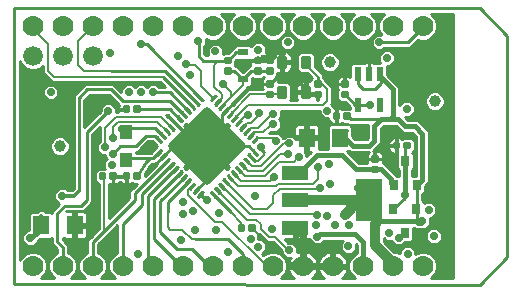
<source format=gbl>
G75*
%MOIN*%
%OFA0B0*%
%FSLAX24Y24*%
%IPPOS*%
%LPD*%
%AMOC8*
5,1,8,0,0,1.08239X$1,22.5*
%
%ADD10C,0.0100*%
%ADD11C,0.0125*%
%ADD12C,0.0394*%
%ADD13R,0.0394X0.0472*%
%ADD14R,0.0217X0.0472*%
%ADD15R,0.0310X0.0350*%
%ADD16R,0.0551X0.0630*%
%ADD17C,0.0087*%
%ADD18C,0.0190*%
%ADD19R,0.0880X0.0480*%
%ADD20R,0.0866X0.1417*%
%ADD21R,0.0327X0.0248*%
%ADD22C,0.0700*%
%ADD23C,0.0660*%
%ADD24C,0.0175*%
%ADD25OC8,0.0240*%
%ADD26C,0.0080*%
%ADD27OC8,0.0270*%
%ADD28C,0.0160*%
%ADD29C,0.0570*%
%ADD30C,0.0720*%
%ADD31C,0.0240*%
%ADD32C,0.0320*%
%ADD33C,0.0120*%
D10*
X001820Y001850D02*
X017340Y001840D01*
X018270Y002770D01*
X018270Y010130D01*
X017350Y011050D01*
X001820Y011050D01*
X001820Y001850D01*
X002728Y002049D02*
X002857Y002178D01*
X002930Y002355D01*
X002930Y002545D01*
X002857Y002722D01*
X002722Y002857D01*
X002545Y002930D01*
X002355Y002930D01*
X002178Y002857D01*
X002043Y002722D01*
X002020Y002666D01*
X002020Y009286D01*
X002060Y009189D01*
X002189Y009060D01*
X002358Y008990D01*
X002541Y008990D01*
X002711Y009060D01*
X002780Y009129D01*
X002780Y008880D01*
X002880Y008780D01*
X003080Y008580D01*
X006701Y008580D01*
X006851Y008430D01*
X006645Y008430D01*
X006560Y008515D01*
X006340Y008515D01*
X006250Y008425D01*
X006160Y008515D01*
X005940Y008515D01*
X005850Y008425D01*
X005760Y008515D01*
X005540Y008515D01*
X005385Y008360D01*
X005385Y008270D01*
X005230Y008425D01*
X005125Y008530D01*
X004195Y008530D01*
X003915Y008250D01*
X003810Y008145D01*
X003810Y005039D01*
X003751Y004980D01*
X003615Y004980D01*
X003540Y005055D01*
X003320Y005055D01*
X003165Y004900D01*
X003165Y004680D01*
X003315Y004530D01*
X003090Y004305D01*
X003090Y004233D01*
X003068Y004255D01*
X002874Y004255D01*
X002818Y004311D01*
X002660Y004311D01*
X002604Y004255D01*
X002409Y004255D01*
X002333Y004179D01*
X002333Y003655D01*
X002260Y003655D01*
X002105Y003500D01*
X002105Y003280D01*
X002260Y003125D01*
X002480Y003125D01*
X002635Y003280D01*
X002635Y003323D01*
X002692Y003365D01*
X003068Y003365D01*
X003090Y003387D01*
X003090Y003195D01*
X003195Y003090D01*
X003270Y003015D01*
X003270Y002895D01*
X003178Y002857D01*
X003043Y002722D01*
X002970Y002545D01*
X002970Y002355D01*
X003043Y002178D01*
X003172Y002049D01*
X002728Y002049D01*
X002797Y002119D02*
X003103Y002119D01*
X003027Y002217D02*
X002873Y002217D01*
X002914Y002316D02*
X002986Y002316D01*
X002970Y002414D02*
X002930Y002414D01*
X002930Y002513D02*
X002970Y002513D01*
X002997Y002611D02*
X002903Y002611D01*
X002862Y002710D02*
X003038Y002710D01*
X003129Y002808D02*
X002771Y002808D01*
X002602Y002907D02*
X003270Y002907D01*
X003270Y003005D02*
X002020Y003005D01*
X002020Y002907D02*
X002298Y002907D01*
X002129Y002808D02*
X002020Y002808D01*
X002020Y002710D02*
X002038Y002710D01*
X002020Y003104D02*
X003182Y003104D01*
X003090Y003202D02*
X002557Y003202D01*
X002635Y003301D02*
X003090Y003301D01*
X003270Y003270D02*
X003270Y004230D01*
X003510Y004470D01*
X004070Y004470D01*
X004250Y004650D01*
X004250Y006920D01*
X004960Y007630D01*
X005210Y007635D02*
X005300Y007635D01*
X005300Y007667D02*
X005300Y007590D01*
X005210Y007590D01*
X005210Y007734D01*
X005064Y007880D01*
X004856Y007880D01*
X004710Y007734D01*
X004710Y007635D01*
X004170Y007095D01*
X004170Y007995D01*
X004345Y008170D01*
X004975Y008170D01*
X005317Y007829D01*
X005314Y007825D01*
X005300Y007770D01*
X005300Y007693D01*
X005562Y007693D01*
X005562Y007667D01*
X005300Y007667D01*
X005320Y007680D02*
X005050Y007950D01*
X004930Y007950D01*
X004890Y007990D01*
X004808Y007832D02*
X004170Y007832D01*
X004170Y007930D02*
X005215Y007930D01*
X005117Y008029D02*
X004203Y008029D01*
X004302Y008127D02*
X005018Y008127D01*
X005050Y008350D02*
X004270Y008350D01*
X003990Y008070D01*
X003990Y004950D01*
X003810Y005074D02*
X002020Y005074D01*
X002020Y005172D02*
X003810Y005172D01*
X003810Y005271D02*
X002020Y005271D01*
X002020Y005369D02*
X003810Y005369D01*
X003810Y005468D02*
X002020Y005468D01*
X002020Y005566D02*
X003810Y005566D01*
X003810Y005665D02*
X002020Y005665D01*
X002020Y005763D02*
X003810Y005763D01*
X003810Y005862D02*
X002020Y005862D01*
X002020Y005960D02*
X003810Y005960D01*
X003810Y006059D02*
X002020Y006059D01*
X002020Y006157D02*
X003203Y006157D01*
X003165Y006173D02*
X003285Y006123D01*
X003415Y006123D01*
X003535Y006173D01*
X003627Y006265D01*
X003677Y006385D01*
X003677Y006515D01*
X003627Y006635D01*
X003535Y006727D01*
X003415Y006777D01*
X003285Y006777D01*
X003165Y006727D01*
X003073Y006635D01*
X003023Y006515D01*
X003023Y006385D01*
X003073Y006265D01*
X003165Y006173D01*
X003082Y006256D02*
X002020Y006256D01*
X002020Y006354D02*
X003036Y006354D01*
X003023Y006453D02*
X002020Y006453D01*
X002020Y006551D02*
X003038Y006551D01*
X003087Y006650D02*
X002020Y006650D01*
X002020Y006748D02*
X003215Y006748D01*
X003485Y006748D02*
X003810Y006748D01*
X003810Y006650D02*
X003613Y006650D01*
X003662Y006551D02*
X003810Y006551D01*
X003810Y006453D02*
X003677Y006453D01*
X003664Y006354D02*
X003810Y006354D01*
X003810Y006256D02*
X003618Y006256D01*
X003497Y006157D02*
X003810Y006157D01*
X004430Y006157D02*
X004860Y006157D01*
X004860Y006160D02*
X004860Y006096D01*
X004921Y006036D01*
X004835Y005950D01*
X004835Y005730D01*
X004860Y005705D01*
X004633Y005705D01*
X004520Y005592D01*
X004520Y005308D01*
X004633Y005195D01*
X004660Y005195D01*
X004660Y003715D01*
X004375Y003430D01*
X004270Y003325D01*
X004270Y002895D01*
X004178Y002857D01*
X004043Y002722D01*
X003970Y002545D01*
X003970Y002355D01*
X004043Y002178D01*
X004173Y002048D01*
X003728Y002049D01*
X003857Y002178D01*
X003930Y002355D01*
X003930Y002545D01*
X003857Y002722D01*
X003722Y002857D01*
X003630Y002895D01*
X003630Y003165D01*
X003525Y003270D01*
X003525Y003270D01*
X003450Y003345D01*
X003450Y003399D01*
X003473Y003375D01*
X003508Y003355D01*
X003546Y003345D01*
X003791Y003345D01*
X003791Y003760D01*
X003891Y003760D01*
X003891Y003345D01*
X004137Y003345D01*
X004175Y003355D01*
X004209Y003375D01*
X004237Y003403D01*
X004257Y003437D01*
X004267Y003475D01*
X004267Y003760D01*
X003891Y003760D01*
X003891Y003860D01*
X003791Y003860D01*
X003791Y004275D01*
X003570Y004275D01*
X003585Y004290D01*
X004145Y004290D01*
X004430Y004575D01*
X004430Y006845D01*
X004690Y007105D01*
X004690Y006604D01*
X004600Y006514D01*
X004600Y006306D01*
X004746Y006160D01*
X004860Y006160D01*
X004898Y006059D02*
X004430Y006059D01*
X004430Y005960D02*
X004845Y005960D01*
X004835Y005862D02*
X004430Y005862D01*
X004430Y005763D02*
X004835Y005763D01*
X004592Y005665D02*
X004430Y005665D01*
X004430Y005566D02*
X004520Y005566D01*
X004520Y005468D02*
X004430Y005468D01*
X004430Y005369D02*
X004520Y005369D01*
X004557Y005271D02*
X004430Y005271D01*
X004430Y005172D02*
X004660Y005172D01*
X004660Y005074D02*
X004430Y005074D01*
X004430Y004975D02*
X004660Y004975D01*
X004660Y004877D02*
X004430Y004877D01*
X004430Y004778D02*
X004660Y004778D01*
X004660Y004680D02*
X004430Y004680D01*
X004430Y004581D02*
X004660Y004581D01*
X004660Y004483D02*
X004337Y004483D01*
X004239Y004384D02*
X004660Y004384D01*
X004660Y004286D02*
X003580Y004286D01*
X003791Y004187D02*
X003891Y004187D01*
X003891Y004275D02*
X003891Y003860D01*
X004267Y003860D01*
X004267Y004145D01*
X004257Y004183D01*
X004237Y004217D01*
X004209Y004245D01*
X004175Y004265D01*
X004137Y004275D01*
X003891Y004275D01*
X003891Y004089D02*
X003791Y004089D01*
X003791Y003990D02*
X003891Y003990D01*
X003891Y003892D02*
X003791Y003892D01*
X003891Y003793D02*
X004660Y003793D01*
X004660Y003892D02*
X004267Y003892D01*
X004267Y003990D02*
X004660Y003990D01*
X004660Y004089D02*
X004267Y004089D01*
X004254Y004187D02*
X004660Y004187D01*
X005000Y004187D02*
X005132Y004187D01*
X005034Y004089D02*
X005000Y004089D01*
X005000Y004055D02*
X005000Y005184D01*
X005035Y005175D01*
X005112Y005175D01*
X005112Y005437D01*
X005138Y005437D01*
X005138Y005463D01*
X005562Y005463D01*
X005562Y005437D01*
X005588Y005437D01*
X005588Y005175D01*
X005665Y005175D01*
X005720Y005189D01*
X005763Y005215D01*
X005783Y005195D01*
X005910Y005195D01*
X005775Y005060D01*
X005670Y004955D01*
X005670Y004725D01*
X005000Y004055D01*
X005000Y004286D02*
X005231Y004286D01*
X005329Y004384D02*
X005000Y004384D01*
X005000Y004483D02*
X005428Y004483D01*
X005526Y004581D02*
X005000Y004581D01*
X005000Y004680D02*
X005625Y004680D01*
X005670Y004778D02*
X005000Y004778D01*
X005000Y004877D02*
X005670Y004877D01*
X005690Y004975D02*
X005000Y004975D01*
X005000Y005074D02*
X005789Y005074D01*
X005887Y005172D02*
X005000Y005172D01*
X005138Y005175D02*
X005215Y005175D01*
X005270Y005189D01*
X005318Y005217D01*
X005350Y005249D01*
X005382Y005217D01*
X005430Y005189D01*
X005485Y005175D01*
X005562Y005175D01*
X005562Y005437D01*
X005400Y005437D01*
X005138Y005437D01*
X005138Y005175D01*
X005138Y005271D02*
X005112Y005271D01*
X005112Y005369D02*
X005138Y005369D01*
X005562Y005369D02*
X005588Y005369D01*
X005588Y005271D02*
X005562Y005271D01*
X005925Y005450D02*
X006225Y005925D01*
X006350Y006050D01*
X005583Y006050D01*
X005550Y005978D01*
X005877Y006230D02*
X005877Y006268D01*
X005874Y006270D01*
X005965Y006270D01*
X006070Y006375D01*
X006305Y006610D01*
X006438Y006610D01*
X006598Y006450D01*
X006562Y006414D01*
X006560Y006414D01*
X006375Y006230D01*
X005877Y006230D01*
X005877Y006256D02*
X006401Y006256D01*
X006499Y006354D02*
X006049Y006354D01*
X006147Y006453D02*
X006595Y006453D01*
X006497Y006551D02*
X006246Y006551D01*
X006230Y006790D02*
X005890Y006450D01*
X005360Y006450D01*
X005110Y006200D01*
X004651Y006256D02*
X004430Y006256D01*
X004430Y006354D02*
X004600Y006354D01*
X004600Y006453D02*
X004430Y006453D01*
X004430Y006551D02*
X004637Y006551D01*
X004690Y006650D02*
X004430Y006650D01*
X004430Y006748D02*
X004690Y006748D01*
X004690Y006847D02*
X004431Y006847D01*
X004530Y006945D02*
X004690Y006945D01*
X004690Y007044D02*
X004628Y007044D01*
X004414Y007339D02*
X004170Y007339D01*
X004170Y007241D02*
X004316Y007241D01*
X004217Y007142D02*
X004170Y007142D01*
X004170Y007438D02*
X004513Y007438D01*
X004611Y007536D02*
X004170Y007536D01*
X004170Y007635D02*
X004710Y007635D01*
X004710Y007733D02*
X004170Y007733D01*
X003810Y007733D02*
X002020Y007733D01*
X002020Y007635D02*
X003810Y007635D01*
X003810Y007536D02*
X002020Y007536D01*
X002020Y007438D02*
X003810Y007438D01*
X003810Y007339D02*
X002020Y007339D01*
X002020Y007241D02*
X003810Y007241D01*
X003810Y007142D02*
X002020Y007142D01*
X002020Y007044D02*
X003810Y007044D01*
X003810Y006945D02*
X002020Y006945D01*
X002020Y006847D02*
X003810Y006847D01*
X003810Y007832D02*
X002020Y007832D01*
X002020Y007930D02*
X003810Y007930D01*
X003810Y008029D02*
X003182Y008029D01*
X003154Y008000D02*
X003300Y008146D01*
X003300Y008354D01*
X003154Y008500D01*
X002946Y008500D01*
X002800Y008354D01*
X002800Y008146D01*
X002946Y008000D01*
X003154Y008000D01*
X003281Y008127D02*
X003810Y008127D01*
X003891Y008226D02*
X003300Y008226D01*
X003300Y008324D02*
X003989Y008324D01*
X004088Y008423D02*
X003231Y008423D01*
X003040Y008620D02*
X002020Y008620D01*
X002020Y008718D02*
X002942Y008718D01*
X002843Y008817D02*
X002020Y008817D01*
X002020Y008915D02*
X002780Y008915D01*
X002780Y009014D02*
X002598Y009014D01*
X002763Y009112D02*
X002780Y009112D01*
X002302Y009014D02*
X002020Y009014D01*
X002020Y009112D02*
X002137Y009112D01*
X002051Y009211D02*
X002020Y009211D01*
X002020Y008521D02*
X004186Y008521D01*
X005050Y008350D02*
X005450Y007950D01*
X007028Y007950D01*
X007477Y007501D01*
X007338Y007362D02*
X007020Y007680D01*
X005925Y007680D01*
X005575Y007680D02*
X005320Y007680D01*
X005300Y007733D02*
X005210Y007733D01*
X005112Y007832D02*
X005314Y007832D01*
X005331Y008324D02*
X005385Y008324D01*
X005448Y008423D02*
X005232Y008423D01*
X005134Y008521D02*
X006760Y008521D01*
X006785Y008750D02*
X007756Y007779D01*
X007617Y007640D02*
X007007Y008250D01*
X006450Y008250D01*
X006884Y007500D02*
X006945Y007500D01*
X007001Y007445D01*
X006989Y007433D01*
X007199Y007223D01*
X007199Y007223D01*
X006989Y007433D01*
X006970Y007414D01*
X006893Y007490D01*
X006884Y007500D01*
X006946Y007438D02*
X006993Y007438D01*
X007083Y007339D02*
X007083Y007339D01*
X007181Y007241D02*
X007181Y007241D01*
X007199Y007223D02*
X007472Y006950D01*
X007750Y006950D01*
X007636Y006950D01*
X006782Y006095D01*
X006781Y006095D02*
X006571Y005885D01*
X006781Y006095D01*
X006781Y006095D01*
X006745Y006059D02*
X006745Y006059D01*
X006646Y005960D02*
X006646Y005960D01*
X006571Y005885D02*
X006586Y005870D01*
X006180Y005465D01*
X006180Y005517D01*
X006366Y005812D01*
X006425Y005870D01*
X006525Y005870D01*
X006555Y005901D01*
X006571Y005885D01*
X006577Y005862D02*
X006416Y005862D01*
X006478Y005763D02*
X006336Y005763D01*
X006380Y005665D02*
X006273Y005665D01*
X006281Y005566D02*
X006211Y005566D01*
X006183Y005468D02*
X006180Y005468D01*
X006350Y006050D02*
X006450Y006050D01*
X006634Y006234D01*
X006642Y006234D01*
X006921Y005956D02*
X006921Y005951D01*
X005850Y004880D01*
X005850Y004650D01*
X004830Y003630D01*
X004450Y003250D01*
X004450Y002450D01*
X004797Y002119D02*
X005103Y002119D01*
X005043Y002178D02*
X005173Y002048D01*
X004727Y002048D01*
X004857Y002178D01*
X004930Y002355D01*
X004930Y002545D01*
X004857Y002722D01*
X004722Y002857D01*
X004630Y002895D01*
X004630Y003175D01*
X005010Y003555D01*
X005270Y003815D01*
X005270Y002895D01*
X005178Y002857D01*
X005043Y002722D01*
X004970Y002545D01*
X004970Y002355D01*
X005043Y002178D01*
X005027Y002217D02*
X004873Y002217D01*
X004914Y002316D02*
X004986Y002316D01*
X004970Y002414D02*
X004930Y002414D01*
X004930Y002513D02*
X004970Y002513D01*
X004997Y002611D02*
X004903Y002611D01*
X004862Y002710D02*
X005038Y002710D01*
X005129Y002808D02*
X004771Y002808D01*
X004630Y002907D02*
X005270Y002907D01*
X005270Y003005D02*
X004630Y003005D01*
X004630Y003104D02*
X005270Y003104D01*
X005270Y003202D02*
X004657Y003202D01*
X004755Y003301D02*
X005270Y003301D01*
X005270Y003399D02*
X004854Y003399D01*
X004952Y003498D02*
X005270Y003498D01*
X005270Y003596D02*
X005051Y003596D01*
X005149Y003695D02*
X005270Y003695D01*
X005270Y003793D02*
X005248Y003793D01*
X005450Y003850D02*
X005450Y002450D01*
X006300Y002650D02*
X006450Y002500D01*
X006450Y002450D01*
X006300Y002650D02*
X006300Y004778D01*
X007199Y005677D01*
X007060Y005817D02*
X006100Y004857D01*
X006100Y004500D01*
X005450Y003850D01*
X004640Y003695D02*
X004267Y003695D01*
X004267Y003596D02*
X004541Y003596D01*
X004443Y003498D02*
X004267Y003498D01*
X004233Y003399D02*
X004344Y003399D01*
X004270Y003301D02*
X003494Y003301D01*
X003593Y003202D02*
X004270Y003202D01*
X004270Y003104D02*
X003630Y003104D01*
X003630Y003005D02*
X004270Y003005D01*
X004270Y002907D02*
X003630Y002907D01*
X003771Y002808D02*
X004129Y002808D01*
X004038Y002710D02*
X003862Y002710D01*
X003903Y002611D02*
X003997Y002611D01*
X003970Y002513D02*
X003930Y002513D01*
X003930Y002414D02*
X003970Y002414D01*
X003986Y002316D02*
X003914Y002316D01*
X003873Y002217D02*
X004027Y002217D01*
X004103Y002119D02*
X003797Y002119D01*
X003450Y002450D02*
X003450Y003090D01*
X003270Y003270D01*
X003791Y003399D02*
X003891Y003399D01*
X003891Y003498D02*
X003791Y003498D01*
X003791Y003596D02*
X003891Y003596D01*
X003891Y003695D02*
X003791Y003695D01*
X003090Y004286D02*
X002843Y004286D01*
X002634Y004286D02*
X002020Y004286D01*
X002020Y004384D02*
X003169Y004384D01*
X003268Y004483D02*
X002020Y004483D01*
X002020Y004581D02*
X003264Y004581D01*
X003166Y004680D02*
X002020Y004680D01*
X002020Y004778D02*
X003165Y004778D01*
X003165Y004877D02*
X002020Y004877D01*
X002020Y004975D02*
X003240Y004975D01*
X002341Y004187D02*
X002020Y004187D01*
X002020Y004089D02*
X002333Y004089D01*
X002333Y003990D02*
X002020Y003990D01*
X002020Y003892D02*
X002333Y003892D01*
X002333Y003793D02*
X002020Y003793D01*
X002020Y003695D02*
X002333Y003695D01*
X002201Y003596D02*
X002020Y003596D01*
X002020Y003498D02*
X002105Y003498D01*
X002105Y003399D02*
X002020Y003399D01*
X002020Y003301D02*
X002105Y003301D01*
X002183Y003202D02*
X002020Y003202D01*
X006500Y003350D02*
X007400Y002450D01*
X007450Y002450D01*
X007270Y003030D02*
X007750Y003030D01*
X008330Y002450D01*
X008450Y002450D01*
X009450Y002450D02*
X009450Y002850D01*
X008950Y003350D01*
X007850Y003350D01*
X007270Y003030D02*
X006700Y003600D01*
X006700Y004622D01*
X007477Y005399D01*
X007338Y005538D02*
X006500Y004700D01*
X006500Y003350D01*
X006950Y004250D02*
X006950Y004593D01*
X007617Y005260D01*
X007895Y004981D02*
X008750Y005836D01*
X008750Y005950D01*
X008811Y005960D02*
X008669Y005960D01*
X008712Y006059D02*
X008571Y006059D01*
X008614Y006157D02*
X008472Y006157D01*
X008515Y006256D02*
X008374Y006256D01*
X008417Y006354D02*
X008275Y006354D01*
X008250Y006379D02*
X008321Y006450D01*
X008250Y006521D01*
X008930Y007201D01*
X009001Y007130D01*
X008321Y006450D01*
X009001Y005770D01*
X008930Y005699D01*
X008250Y006379D01*
X007570Y005699D01*
X007499Y005770D01*
X008179Y006450D01*
X007499Y007130D01*
X007570Y007201D01*
X008250Y006521D01*
X008179Y006450D01*
X008250Y006379D01*
X008225Y006354D02*
X008083Y006354D01*
X008126Y006256D02*
X007985Y006256D01*
X008028Y006157D02*
X007886Y006157D01*
X007929Y006059D02*
X007788Y006059D01*
X007831Y005960D02*
X007689Y005960D01*
X007732Y005862D02*
X007591Y005862D01*
X007634Y005763D02*
X007506Y005763D01*
X007950Y006450D02*
X008250Y006450D01*
X008318Y006453D02*
X008323Y006453D01*
X008280Y006551D02*
X008422Y006551D01*
X008379Y006650D02*
X008520Y006650D01*
X008477Y006748D02*
X008619Y006748D01*
X008576Y006847D02*
X008717Y006847D01*
X008674Y006945D02*
X008816Y006945D01*
X008750Y006950D02*
X008950Y006950D01*
X009450Y006450D01*
X009642Y006450D01*
X009858Y006234D01*
X009719Y006095D02*
X009864Y005950D01*
X010150Y006250D02*
X010050Y006350D01*
X010050Y006410D01*
X010320Y006880D02*
X010380Y006940D01*
X010574Y006940D01*
X010720Y007086D01*
X010720Y007294D01*
X010644Y007370D01*
X010710Y007436D01*
X010710Y007640D01*
X012020Y007640D01*
X012020Y007526D01*
X012166Y007380D01*
X012300Y007380D01*
X012300Y007360D01*
X012314Y007305D01*
X012342Y007257D01*
X012382Y007217D01*
X012430Y007189D01*
X012485Y007175D01*
X012562Y007175D01*
X012562Y007437D01*
X012588Y007437D01*
X012588Y007175D01*
X012665Y007175D01*
X012720Y007189D01*
X012763Y007215D01*
X012783Y007195D01*
X012950Y007195D01*
X012970Y007175D01*
X012352Y007175D01*
X012276Y007099D01*
X012276Y006361D01*
X012277Y006360D01*
X011995Y006360D01*
X012004Y006395D01*
X012004Y006680D01*
X011629Y006680D01*
X011629Y006780D01*
X012004Y006780D01*
X012004Y007065D01*
X011994Y007103D01*
X011974Y007137D01*
X011947Y007165D01*
X011912Y007185D01*
X011874Y007195D01*
X011629Y007195D01*
X011629Y006780D01*
X011529Y006780D01*
X011529Y007195D01*
X011283Y007195D01*
X011245Y007185D01*
X011211Y007165D01*
X011183Y007137D01*
X011163Y007103D01*
X011153Y007065D01*
X011153Y006780D01*
X011529Y006780D01*
X011529Y006680D01*
X011629Y006680D01*
X011629Y006265D01*
X011728Y006265D01*
X011700Y006237D01*
X011570Y006107D01*
X011570Y006204D01*
X011509Y006265D01*
X011529Y006265D01*
X011529Y006680D01*
X011224Y006680D01*
X011104Y006800D01*
X010896Y006800D01*
X010816Y006720D01*
X010800Y006720D01*
X010800Y006734D01*
X010654Y006880D01*
X010320Y006880D01*
X010579Y006945D02*
X011153Y006945D01*
X011153Y006847D02*
X010687Y006847D01*
X010786Y006748D02*
X010844Y006748D01*
X011156Y006748D02*
X011529Y006748D01*
X011529Y006650D02*
X011629Y006650D01*
X011629Y006748D02*
X012276Y006748D01*
X012276Y006650D02*
X012004Y006650D01*
X012004Y006551D02*
X012276Y006551D01*
X012276Y006453D02*
X012004Y006453D01*
X011719Y006256D02*
X011518Y006256D01*
X011529Y006354D02*
X011629Y006354D01*
X011629Y006453D02*
X011529Y006453D01*
X011529Y006551D02*
X011629Y006551D01*
X011629Y006847D02*
X011529Y006847D01*
X011529Y006945D02*
X011629Y006945D01*
X011629Y007044D02*
X011529Y007044D01*
X011529Y007142D02*
X011629Y007142D01*
X011969Y007142D02*
X012319Y007142D01*
X012359Y007241D02*
X010720Y007241D01*
X010720Y007142D02*
X011188Y007142D01*
X011153Y007044D02*
X010677Y007044D01*
X010675Y007339D02*
X012305Y007339D01*
X012109Y007438D02*
X010710Y007438D01*
X010710Y007536D02*
X012020Y007536D01*
X012020Y007635D02*
X010710Y007635D01*
X011013Y007980D02*
X011055Y008022D01*
X011055Y008478D01*
X010928Y008605D01*
X010625Y008605D01*
X010625Y008615D01*
X010611Y008670D01*
X010583Y008718D01*
X010546Y008754D01*
X010605Y008813D01*
X010605Y008882D01*
X010639Y008875D01*
X010712Y008875D01*
X010712Y009212D01*
X010788Y009212D01*
X010788Y009288D01*
X010712Y009288D01*
X010712Y009625D01*
X010639Y009625D01*
X010593Y009616D01*
X010550Y009598D01*
X010511Y009572D01*
X010501Y009562D01*
X010495Y009566D01*
X010440Y009580D01*
X010363Y009580D01*
X010363Y009318D01*
X010337Y009318D01*
X010337Y009580D01*
X010260Y009580D01*
X010220Y009569D01*
X010220Y009774D01*
X010074Y009920D01*
X009866Y009920D01*
X009725Y009779D01*
X009667Y009837D01*
X009233Y009837D01*
X009159Y009763D01*
X009153Y009763D01*
X009048Y009657D01*
X008950Y009560D01*
X008808Y009560D01*
X008780Y009532D01*
X008780Y009714D01*
X008634Y009860D01*
X008426Y009860D01*
X008280Y009714D01*
X008280Y009506D01*
X008189Y009506D01*
X008170Y009525D02*
X008170Y009795D01*
X008215Y009840D01*
X008215Y010028D01*
X008355Y009970D01*
X008545Y009970D01*
X008722Y010043D01*
X008857Y010178D01*
X008930Y010355D01*
X008930Y010545D01*
X008857Y010722D01*
X008729Y010850D01*
X009171Y010850D01*
X009043Y010722D01*
X008970Y010545D01*
X008970Y010355D01*
X009043Y010178D01*
X009178Y010043D01*
X009355Y009970D01*
X009545Y009970D01*
X009722Y010043D01*
X009857Y010178D01*
X009930Y010355D01*
X009930Y010545D01*
X009857Y010722D01*
X009729Y010850D01*
X010171Y010850D01*
X010043Y010722D01*
X009970Y010545D01*
X009970Y010355D01*
X010043Y010178D01*
X010178Y010043D01*
X010355Y009970D01*
X010545Y009970D01*
X010722Y010043D01*
X010857Y010178D01*
X010930Y010355D01*
X010930Y010545D01*
X010857Y010722D01*
X010729Y010850D01*
X011171Y010850D01*
X011043Y010722D01*
X010970Y010545D01*
X010970Y010355D01*
X011043Y010178D01*
X011178Y010043D01*
X011355Y009970D01*
X011545Y009970D01*
X011722Y010043D01*
X011857Y010178D01*
X011930Y010355D01*
X011930Y010545D01*
X011857Y010722D01*
X011729Y010850D01*
X012171Y010850D01*
X012043Y010722D01*
X011970Y010545D01*
X011970Y010355D01*
X012043Y010178D01*
X012178Y010043D01*
X012355Y009970D01*
X012545Y009970D01*
X012722Y010043D01*
X012857Y010178D01*
X012930Y010355D01*
X012930Y010545D01*
X012857Y010722D01*
X012729Y010850D01*
X013171Y010850D01*
X013043Y010722D01*
X012970Y010545D01*
X012970Y010355D01*
X013043Y010178D01*
X013178Y010043D01*
X013355Y009970D01*
X013545Y009970D01*
X013722Y010043D01*
X013857Y010178D01*
X013930Y010355D01*
X013930Y010545D01*
X013857Y010722D01*
X013729Y010850D01*
X014171Y010850D01*
X014043Y010722D01*
X013970Y010545D01*
X013970Y010355D01*
X014043Y010178D01*
X014061Y010160D01*
X013886Y010160D01*
X013740Y010014D01*
X013740Y009806D01*
X013886Y009660D01*
X014094Y009660D01*
X014164Y009730D01*
X015025Y009730D01*
X015291Y009996D01*
X015355Y009970D01*
X015545Y009970D01*
X015722Y010043D01*
X015857Y010178D01*
X015930Y010355D01*
X015930Y010545D01*
X015857Y010722D01*
X015729Y010850D01*
X016450Y010850D01*
X016450Y002041D01*
X015717Y002041D01*
X015722Y002043D01*
X015857Y002178D01*
X015930Y002355D01*
X015930Y002545D01*
X015857Y002722D01*
X015722Y002857D01*
X015545Y002930D01*
X015355Y002930D01*
X015205Y002868D01*
X015205Y002980D01*
X015050Y003135D01*
X014830Y003135D01*
X014675Y002980D01*
X014675Y002876D01*
X014545Y002930D01*
X014480Y002930D01*
X014140Y003270D01*
X014140Y003386D01*
X014226Y003300D01*
X014400Y003300D01*
X014400Y003296D01*
X014546Y003150D01*
X014754Y003150D01*
X014849Y003245D01*
X015049Y003245D01*
X015125Y003321D01*
X015125Y003740D01*
X015143Y003740D01*
X015193Y003690D01*
X015487Y003690D01*
X015502Y003705D01*
X015540Y003705D01*
X015695Y003860D01*
X015695Y004045D01*
X015750Y004045D01*
X015905Y004200D01*
X015905Y004420D01*
X015750Y004575D01*
X015530Y004575D01*
X015505Y004550D01*
X015505Y004579D01*
X015429Y004655D01*
X015420Y004655D01*
X015420Y004845D01*
X015449Y004845D01*
X015525Y004921D01*
X015525Y005138D01*
X015640Y005253D01*
X015640Y006957D01*
X015517Y007080D01*
X015277Y007320D01*
X014957Y007320D01*
X014852Y007425D01*
X015020Y007425D01*
X015175Y007580D01*
X015175Y007800D01*
X015020Y007955D01*
X014800Y007955D01*
X014660Y007815D01*
X014660Y008437D01*
X014262Y008835D01*
X014262Y009125D01*
X014360Y009125D01*
X014515Y009280D01*
X014515Y009500D01*
X014360Y009655D01*
X014140Y009655D01*
X013985Y009500D01*
X013985Y009280D01*
X014037Y009228D01*
X013862Y009228D01*
X013851Y009217D01*
X013850Y009218D01*
X013816Y009238D01*
X013778Y009248D01*
X013654Y009248D01*
X013654Y008866D01*
X013646Y008866D01*
X013646Y009248D01*
X013522Y009248D01*
X013484Y009238D01*
X013450Y009218D01*
X013449Y009217D01*
X013438Y009228D01*
X013114Y009228D01*
X013038Y009152D01*
X013038Y008761D01*
X012995Y008786D01*
X012940Y008800D01*
X012863Y008800D01*
X012863Y008538D01*
X012837Y008538D01*
X012837Y008800D01*
X012760Y008800D01*
X012705Y008786D01*
X012657Y008758D01*
X012617Y008718D01*
X012589Y008670D01*
X012575Y008615D01*
X012575Y008538D01*
X012837Y008538D01*
X012837Y008512D01*
X012575Y008512D01*
X012575Y008435D01*
X012589Y008380D01*
X012615Y008337D01*
X012595Y008317D01*
X012595Y008033D01*
X012708Y007920D01*
X012850Y007920D01*
X013007Y007764D01*
X013038Y007733D01*
X013038Y007705D01*
X012783Y007705D01*
X012763Y007685D01*
X012720Y007711D01*
X012665Y007725D01*
X012588Y007725D01*
X012588Y007463D01*
X012562Y007463D01*
X012562Y007725D01*
X012520Y007725D01*
X012520Y007734D01*
X012397Y007857D01*
X012420Y007880D01*
X012420Y008420D01*
X012245Y008595D01*
X012245Y008595D01*
X012205Y008635D01*
X012205Y008667D01*
X012130Y008742D01*
X012130Y008841D01*
X012025Y008947D01*
X012010Y008947D01*
X011855Y009102D01*
X011855Y009478D01*
X011728Y009605D01*
X011372Y009605D01*
X011245Y009478D01*
X011245Y009022D01*
X011372Y008895D01*
X011582Y008895D01*
X011752Y008724D01*
X011695Y008667D01*
X011695Y008618D01*
X011661Y008625D01*
X011588Y008625D01*
X011588Y008288D01*
X011512Y008288D01*
X011512Y008625D01*
X011439Y008625D01*
X011393Y008616D01*
X011350Y008598D01*
X011311Y008572D01*
X011278Y008539D01*
X011252Y008500D01*
X011234Y008457D01*
X011225Y008411D01*
X011225Y008288D01*
X011512Y008288D01*
X011512Y008212D01*
X011225Y008212D01*
X011225Y008089D01*
X011234Y008043D01*
X011252Y008000D01*
X011265Y007980D01*
X011013Y007980D01*
X011055Y008029D02*
X011240Y008029D01*
X011225Y008127D02*
X011055Y008127D01*
X011055Y008226D02*
X011512Y008226D01*
X011550Y008250D02*
X011650Y008150D01*
X011950Y008150D01*
X011963Y008162D02*
X011963Y007980D01*
X011937Y007980D01*
X011937Y008162D01*
X011963Y008162D01*
X011963Y008127D02*
X011937Y008127D01*
X011937Y008029D02*
X011963Y008029D01*
X012420Y008029D02*
X012599Y008029D01*
X012595Y008127D02*
X012420Y008127D01*
X012420Y008226D02*
X012595Y008226D01*
X012602Y008324D02*
X012420Y008324D01*
X012418Y008423D02*
X012578Y008423D01*
X012576Y008620D02*
X012221Y008620D01*
X012154Y008718D02*
X012618Y008718D01*
X012837Y008718D02*
X012863Y008718D01*
X012863Y008620D02*
X012837Y008620D01*
X012837Y008521D02*
X012319Y008521D01*
X011950Y008525D02*
X011950Y008767D01*
X012130Y008817D02*
X013038Y008817D01*
X013038Y008915D02*
X012056Y008915D01*
X012124Y009014D02*
X011944Y009014D01*
X011855Y009112D02*
X012053Y009112D01*
X012073Y009065D02*
X012165Y008973D01*
X012285Y008923D01*
X012415Y008923D01*
X012535Y008973D01*
X012627Y009065D01*
X012677Y009185D01*
X012677Y009315D01*
X012627Y009435D01*
X012535Y009527D01*
X012415Y009577D01*
X012285Y009577D01*
X012165Y009527D01*
X012073Y009435D01*
X012023Y009315D01*
X012023Y009185D01*
X012073Y009065D01*
X012023Y009211D02*
X011855Y009211D01*
X011855Y009309D02*
X012023Y009309D01*
X012061Y009408D02*
X011855Y009408D01*
X011827Y009506D02*
X012144Y009506D01*
X012556Y009506D02*
X013991Y009506D01*
X013985Y009408D02*
X012639Y009408D01*
X012677Y009309D02*
X013985Y009309D01*
X013654Y009211D02*
X013646Y009211D01*
X013646Y009112D02*
X013654Y009112D01*
X013646Y009014D02*
X013654Y009014D01*
X013646Y008915D02*
X013654Y008915D01*
X014024Y008862D02*
X014050Y008836D01*
X014050Y008550D01*
X013850Y008350D01*
X013450Y008350D01*
X013276Y008524D01*
X013276Y008862D01*
X013038Y009014D02*
X012576Y009014D01*
X012647Y009112D02*
X013038Y009112D01*
X013096Y009211D02*
X012677Y009211D01*
X011728Y009605D02*
X014090Y009605D01*
X014137Y009703D02*
X016450Y009703D01*
X016450Y009605D02*
X014410Y009605D01*
X014509Y009506D02*
X016450Y009506D01*
X016450Y009408D02*
X014515Y009408D01*
X014515Y009309D02*
X016450Y009309D01*
X016450Y009211D02*
X014445Y009211D01*
X014262Y009112D02*
X016450Y009112D01*
X016450Y009014D02*
X014262Y009014D01*
X014262Y008915D02*
X016450Y008915D01*
X016450Y008817D02*
X014280Y008817D01*
X014379Y008718D02*
X016450Y008718D01*
X016450Y008620D02*
X014477Y008620D01*
X014576Y008521D02*
X016450Y008521D01*
X016450Y008423D02*
X014660Y008423D01*
X014660Y008324D02*
X016450Y008324D01*
X016450Y008226D02*
X016037Y008226D01*
X016035Y008227D02*
X015915Y008277D01*
X015785Y008277D01*
X015665Y008227D01*
X015573Y008135D01*
X015523Y008015D01*
X015523Y007885D01*
X015573Y007765D01*
X015665Y007673D01*
X015785Y007623D01*
X015915Y007623D01*
X016035Y007673D01*
X016127Y007765D01*
X016177Y007885D01*
X016177Y008015D01*
X016127Y008135D01*
X016035Y008227D01*
X016130Y008127D02*
X016450Y008127D01*
X016450Y008029D02*
X016171Y008029D01*
X016177Y007930D02*
X016450Y007930D01*
X016450Y007832D02*
X016155Y007832D01*
X016095Y007733D02*
X016450Y007733D01*
X016450Y007635D02*
X015942Y007635D01*
X015758Y007635D02*
X015175Y007635D01*
X015175Y007733D02*
X015605Y007733D01*
X015545Y007832D02*
X015143Y007832D01*
X015045Y007930D02*
X015523Y007930D01*
X015529Y008029D02*
X014660Y008029D01*
X014660Y008127D02*
X015570Y008127D01*
X015663Y008226D02*
X014660Y008226D01*
X014660Y007930D02*
X014775Y007930D01*
X014677Y007832D02*
X014660Y007832D01*
X015032Y007438D02*
X016450Y007438D01*
X016450Y007536D02*
X015131Y007536D01*
X014938Y007339D02*
X016450Y007339D01*
X016450Y007241D02*
X015356Y007241D01*
X015455Y007142D02*
X016450Y007142D01*
X016450Y007044D02*
X015553Y007044D01*
X015640Y006945D02*
X016450Y006945D01*
X016450Y006847D02*
X015640Y006847D01*
X015640Y006748D02*
X016450Y006748D01*
X016450Y006650D02*
X015640Y006650D01*
X015640Y006551D02*
X016450Y006551D01*
X016450Y006453D02*
X015640Y006453D01*
X015640Y006354D02*
X016450Y006354D01*
X016450Y006256D02*
X015640Y006256D01*
X015640Y006157D02*
X016450Y006157D01*
X016450Y006059D02*
X015640Y006059D01*
X015640Y005960D02*
X016450Y005960D01*
X016450Y005862D02*
X015640Y005862D01*
X015640Y005763D02*
X016450Y005763D01*
X016450Y005665D02*
X015640Y005665D01*
X015640Y005566D02*
X016450Y005566D01*
X016450Y005468D02*
X015640Y005468D01*
X015640Y005369D02*
X016450Y005369D01*
X016450Y005271D02*
X015640Y005271D01*
X015559Y005172D02*
X016450Y005172D01*
X016450Y005074D02*
X015525Y005074D01*
X015525Y004975D02*
X016450Y004975D01*
X016450Y004877D02*
X015480Y004877D01*
X015420Y004778D02*
X016450Y004778D01*
X016450Y004680D02*
X015420Y004680D01*
X015503Y004581D02*
X016450Y004581D01*
X016450Y004483D02*
X015842Y004483D01*
X015905Y004384D02*
X016450Y004384D01*
X016450Y004286D02*
X015905Y004286D01*
X015892Y004187D02*
X016450Y004187D01*
X016450Y004089D02*
X015793Y004089D01*
X015695Y003990D02*
X016450Y003990D01*
X016450Y003892D02*
X015695Y003892D01*
X015628Y003793D02*
X016450Y003793D01*
X016450Y003695D02*
X015940Y003695D01*
X015920Y003715D02*
X015700Y003715D01*
X015545Y003560D01*
X015545Y003340D01*
X015700Y003185D01*
X015920Y003185D01*
X016075Y003340D01*
X016075Y003560D01*
X015920Y003715D01*
X016039Y003596D02*
X016450Y003596D01*
X016450Y003498D02*
X016075Y003498D01*
X016075Y003399D02*
X016450Y003399D01*
X016450Y003301D02*
X016035Y003301D01*
X015937Y003202D02*
X016450Y003202D01*
X016450Y003104D02*
X015081Y003104D01*
X015180Y003005D02*
X016450Y003005D01*
X016450Y002907D02*
X015602Y002907D01*
X015771Y002808D02*
X016450Y002808D01*
X016450Y002710D02*
X015862Y002710D01*
X015903Y002611D02*
X016450Y002611D01*
X016450Y002513D02*
X015930Y002513D01*
X015930Y002414D02*
X016450Y002414D01*
X016450Y002316D02*
X015914Y002316D01*
X015873Y002217D02*
X016450Y002217D01*
X016450Y002119D02*
X015797Y002119D01*
X015298Y002907D02*
X015205Y002907D01*
X014799Y003104D02*
X014307Y003104D01*
X014208Y003202D02*
X014494Y003202D01*
X014405Y003005D02*
X014700Y003005D01*
X014675Y002907D02*
X014602Y002907D01*
X014806Y003202D02*
X015683Y003202D01*
X015585Y003301D02*
X015104Y003301D01*
X015125Y003399D02*
X015545Y003399D01*
X015545Y003498D02*
X015125Y003498D01*
X015125Y003596D02*
X015581Y003596D01*
X015491Y003695D02*
X015680Y003695D01*
X015400Y003900D02*
X015430Y003970D01*
X015400Y003900D02*
X015250Y004050D01*
X015250Y004320D01*
X015220Y004350D01*
X015240Y004370D01*
X015240Y005150D01*
X014870Y004830D02*
X014850Y004740D01*
X014460Y004350D01*
X015125Y003695D02*
X015189Y003695D01*
X014840Y003550D02*
X014710Y003420D01*
X014650Y003400D01*
X014226Y003301D02*
X014140Y003301D01*
X013240Y003163D02*
X013240Y002883D01*
X013178Y002857D01*
X013043Y002722D01*
X012970Y002545D01*
X012970Y002355D01*
X013043Y002178D01*
X013178Y002043D01*
X013179Y002043D01*
X012740Y002043D01*
X012776Y002069D01*
X012831Y002124D01*
X012878Y002188D01*
X012913Y002258D01*
X012938Y002333D01*
X012948Y002400D01*
X012500Y002400D01*
X012500Y002500D01*
X012400Y002500D01*
X012400Y002948D01*
X012333Y002938D01*
X012258Y002913D01*
X012188Y002878D01*
X012124Y002831D01*
X012069Y002776D01*
X012022Y002712D01*
X011987Y002642D01*
X011962Y002567D01*
X011952Y002500D01*
X012400Y002500D01*
X012400Y002400D01*
X011952Y002400D01*
X011962Y002333D01*
X011987Y002258D01*
X012022Y002188D01*
X012069Y002124D01*
X012124Y002069D01*
X012159Y002043D01*
X011741Y002044D01*
X011776Y002069D01*
X011831Y002124D01*
X011878Y002188D01*
X011913Y002258D01*
X011938Y002333D01*
X011948Y002400D01*
X011500Y002400D01*
X011500Y002500D01*
X011400Y002500D01*
X011400Y002948D01*
X011333Y002938D01*
X011258Y002913D01*
X011250Y002909D01*
X011250Y003094D01*
X011104Y003240D01*
X010950Y003240D01*
X010840Y003350D01*
X011150Y003350D01*
X011150Y003690D01*
X011250Y003690D01*
X011250Y003350D01*
X011660Y003350D01*
X011680Y003355D01*
X011680Y003326D01*
X011826Y003180D01*
X012034Y003180D01*
X012154Y003300D01*
X012806Y003300D01*
X012720Y003214D01*
X012720Y003006D01*
X012866Y002860D01*
X013074Y002860D01*
X013220Y003006D01*
X013220Y003183D01*
X013240Y003163D01*
X013240Y003104D02*
X013220Y003104D01*
X013219Y003005D02*
X013240Y003005D01*
X013240Y002907D02*
X013120Y002907D01*
X013129Y002808D02*
X012799Y002808D01*
X012776Y002831D02*
X012712Y002878D01*
X012642Y002913D01*
X012567Y002938D01*
X012500Y002948D01*
X012500Y002500D01*
X012948Y002500D01*
X012938Y002567D01*
X012913Y002642D01*
X012878Y002712D01*
X012831Y002776D01*
X012776Y002831D01*
X012820Y002907D02*
X012655Y002907D01*
X012721Y003005D02*
X011250Y003005D01*
X011240Y003104D02*
X012720Y003104D01*
X012720Y003202D02*
X012056Y003202D01*
X011804Y003202D02*
X011142Y003202D01*
X010890Y003301D02*
X011706Y003301D01*
X011250Y003399D02*
X011150Y003399D01*
X011150Y003498D02*
X011250Y003498D01*
X011250Y003596D02*
X011150Y003596D01*
X010606Y003104D02*
X010220Y003104D01*
X010220Y003202D02*
X010508Y003202D01*
X010450Y003260D02*
X010750Y002960D01*
X010750Y002886D01*
X010896Y002740D01*
X011043Y002740D01*
X011022Y002712D01*
X010987Y002642D01*
X010962Y002567D01*
X010952Y002500D01*
X011400Y002500D01*
X011400Y002400D01*
X010952Y002400D01*
X010962Y002333D01*
X010987Y002258D01*
X011022Y002188D01*
X011069Y002124D01*
X011124Y002069D01*
X011158Y002044D01*
X010723Y002044D01*
X010857Y002178D01*
X010930Y002355D01*
X010930Y002545D01*
X010857Y002722D01*
X010722Y002857D01*
X010545Y002930D01*
X010355Y002930D01*
X010178Y002857D01*
X010131Y002810D01*
X010082Y002858D01*
X010220Y002996D01*
X010220Y003204D01*
X010074Y003350D01*
X009970Y003350D01*
X009970Y003454D01*
X009940Y003483D01*
X009948Y003487D01*
X009980Y003520D01*
X010140Y003360D01*
X010240Y003260D01*
X010450Y003260D01*
X010199Y003301D02*
X010123Y003301D01*
X010101Y003399D02*
X009970Y003399D01*
X009958Y003498D02*
X010002Y003498D01*
X009760Y003710D02*
X009755Y003715D01*
X009755Y003720D01*
X009058Y004250D02*
X008466Y004842D01*
X008250Y004660D02*
X008227Y004660D01*
X008034Y004842D01*
X008866Y005763D02*
X008994Y005763D01*
X008909Y005862D02*
X008768Y005862D01*
X008182Y006453D02*
X008177Y006453D01*
X008220Y006551D02*
X008078Y006551D01*
X008121Y006650D02*
X007980Y006650D01*
X008023Y006748D02*
X007881Y006748D01*
X007924Y006847D02*
X007783Y006847D01*
X007826Y006945D02*
X007684Y006945D01*
X007727Y007044D02*
X007586Y007044D01*
X007629Y007142D02*
X007511Y007142D01*
X006782Y006805D02*
X006536Y007050D01*
X005717Y007050D01*
X005550Y006922D01*
X005537Y006883D01*
X005410Y007010D01*
X005550Y006922D02*
X005550Y006750D01*
X006230Y006790D02*
X006518Y006790D01*
X006642Y006666D01*
X007895Y007918D02*
X006864Y008950D01*
X005050Y008950D01*
X006050Y009850D02*
X006242Y009850D01*
X008034Y008058D01*
X008749Y007506D02*
X008883Y007640D01*
X008883Y007640D01*
X008749Y007506D01*
X008749Y007506D01*
X008750Y007507D02*
X008750Y006950D01*
X008773Y007044D02*
X008914Y007044D01*
X008871Y007142D02*
X008989Y007142D01*
X008750Y007507D02*
X008883Y007640D01*
X009094Y007851D01*
X009077Y007867D01*
X009140Y007930D01*
X009240Y008030D01*
X009240Y008035D01*
X009620Y008415D01*
X009620Y008423D01*
X009667Y008423D01*
X009743Y008499D01*
X009743Y008716D01*
X009768Y008740D01*
X009808Y008700D01*
X010092Y008700D01*
X010150Y008758D01*
X010154Y008754D01*
X010117Y008718D01*
X010089Y008670D01*
X010075Y008615D01*
X010075Y008538D01*
X010337Y008538D01*
X010337Y008512D01*
X010075Y008512D01*
X010075Y008435D01*
X010089Y008380D01*
X010110Y008345D01*
X009626Y008345D01*
X009527Y008245D01*
X009113Y007832D01*
X009094Y007851D01*
X008883Y007640D01*
X008883Y007640D01*
X008878Y007635D02*
X008878Y007635D01*
X008976Y007733D02*
X008976Y007733D01*
X009075Y007832D02*
X009075Y007832D01*
X009140Y007930D02*
X009211Y007930D01*
X009239Y008029D02*
X009310Y008029D01*
X009332Y008127D02*
X009408Y008127D01*
X009431Y008226D02*
X009507Y008226D01*
X009529Y008324D02*
X009605Y008324D01*
X009620Y008423D02*
X010078Y008423D01*
X010076Y008620D02*
X009743Y008620D01*
X009745Y008718D02*
X009790Y008718D01*
X009743Y008521D02*
X010337Y008521D01*
X010350Y008525D02*
X010575Y008750D01*
X010750Y008750D01*
X011150Y008750D01*
X011550Y008350D01*
X011550Y008250D01*
X011512Y008324D02*
X011588Y008324D01*
X011588Y008423D02*
X011512Y008423D01*
X011512Y008521D02*
X011588Y008521D01*
X011588Y008620D02*
X011512Y008620D01*
X011412Y008620D02*
X010624Y008620D01*
X010582Y008718D02*
X011746Y008718D01*
X011695Y008620D02*
X011688Y008620D01*
X011660Y008817D02*
X010605Y008817D01*
X010712Y008915D02*
X010788Y008915D01*
X010788Y008875D02*
X010861Y008875D01*
X010907Y008884D01*
X010950Y008902D01*
X010989Y008928D01*
X011022Y008961D01*
X011048Y009000D01*
X011066Y009043D01*
X011075Y009089D01*
X011075Y009212D01*
X010788Y009212D01*
X010788Y008875D01*
X010750Y008750D02*
X010750Y009550D01*
X010550Y009550D01*
X010450Y009450D01*
X010095Y009450D01*
X009950Y009305D01*
X009963Y009309D02*
X010337Y009309D01*
X010337Y009318D02*
X010337Y009292D01*
X010075Y009292D01*
X009963Y009292D01*
X009963Y009318D01*
X009963Y009420D01*
X009937Y009420D01*
X009937Y009318D01*
X009963Y009318D01*
X010337Y009318D01*
X010350Y009350D02*
X010450Y009450D01*
X010363Y009408D02*
X010337Y009408D01*
X010350Y009350D02*
X009950Y009350D01*
X009937Y009318D02*
X009937Y009292D01*
X009675Y009292D01*
X009675Y009215D01*
X009689Y009160D01*
X009704Y009135D01*
X009653Y009135D01*
X009548Y009030D01*
X009450Y008932D01*
X009352Y009030D01*
X009247Y009135D01*
X009177Y009135D01*
X009205Y009163D01*
X009205Y009305D01*
X009231Y009331D01*
X009233Y009329D01*
X009667Y009329D01*
X009675Y009337D01*
X009675Y009318D01*
X009937Y009318D01*
X009937Y009309D02*
X009209Y009309D01*
X009205Y009211D02*
X009676Y009211D01*
X009630Y009112D02*
X009270Y009112D01*
X009352Y009030D02*
X009352Y009030D01*
X009368Y009014D02*
X009532Y009014D01*
X009728Y008955D02*
X009950Y008955D01*
X010350Y008955D01*
X010118Y008718D02*
X010110Y008718D01*
X009728Y008955D02*
X009450Y008677D01*
X009172Y008955D01*
X008950Y008955D01*
X008950Y009305D02*
X008650Y009305D01*
X008135Y009305D01*
X007990Y009450D01*
X007990Y009910D01*
X007950Y009950D01*
X008215Y009999D02*
X008286Y009999D01*
X008215Y009900D02*
X009846Y009900D01*
X009748Y009802D02*
X009702Y009802D01*
X009450Y009583D02*
X009228Y009583D01*
X008950Y009305D01*
X008995Y009605D02*
X008780Y009605D01*
X008780Y009703D02*
X009093Y009703D01*
X009198Y009802D02*
X008692Y009802D01*
X008614Y009999D02*
X009286Y009999D01*
X009124Y010097D02*
X008776Y010097D01*
X008864Y010196D02*
X009036Y010196D01*
X008995Y010294D02*
X008905Y010294D01*
X008930Y010393D02*
X008970Y010393D01*
X008970Y010491D02*
X008930Y010491D01*
X008912Y010590D02*
X008988Y010590D01*
X009029Y010688D02*
X008871Y010688D01*
X008792Y010787D02*
X009108Y010787D01*
X009792Y010787D02*
X010108Y010787D01*
X010029Y010688D02*
X009871Y010688D01*
X009912Y010590D02*
X009988Y010590D01*
X009970Y010491D02*
X009930Y010491D01*
X009930Y010393D02*
X009970Y010393D01*
X009995Y010294D02*
X009905Y010294D01*
X009864Y010196D02*
X010036Y010196D01*
X010124Y010097D02*
X009776Y010097D01*
X009614Y009999D02*
X010286Y009999D01*
X010094Y009900D02*
X010700Y009900D01*
X010700Y009806D02*
X010846Y009660D01*
X011054Y009660D01*
X011200Y009806D01*
X011200Y010014D01*
X011054Y010160D01*
X010846Y010160D01*
X010700Y010014D01*
X010700Y009806D01*
X010705Y009802D02*
X010192Y009802D01*
X010220Y009703D02*
X010803Y009703D01*
X010788Y009625D02*
X010788Y009288D01*
X011075Y009288D01*
X011075Y009411D01*
X011066Y009457D01*
X011048Y009500D01*
X011022Y009539D01*
X010989Y009572D01*
X010950Y009598D01*
X010907Y009616D01*
X010861Y009625D01*
X010788Y009625D01*
X010788Y009605D02*
X010712Y009605D01*
X010712Y009506D02*
X010788Y009506D01*
X010788Y009408D02*
X010712Y009408D01*
X010712Y009309D02*
X010788Y009309D01*
X010788Y009211D02*
X010712Y009211D01*
X010712Y009112D02*
X010788Y009112D01*
X010788Y009014D02*
X010712Y009014D01*
X010969Y008915D02*
X011352Y008915D01*
X011254Y009014D02*
X011054Y009014D01*
X011075Y009112D02*
X011245Y009112D01*
X011245Y009211D02*
X011075Y009211D01*
X011075Y009309D02*
X011245Y009309D01*
X011245Y009408D02*
X011075Y009408D01*
X011044Y009506D02*
X011273Y009506D01*
X011372Y009605D02*
X010934Y009605D01*
X011097Y009703D02*
X013843Y009703D01*
X013745Y009802D02*
X011195Y009802D01*
X011200Y009900D02*
X013740Y009900D01*
X013740Y009999D02*
X013614Y009999D01*
X013776Y010097D02*
X013823Y010097D01*
X013864Y010196D02*
X014036Y010196D01*
X013995Y010294D02*
X013905Y010294D01*
X013930Y010393D02*
X013970Y010393D01*
X013970Y010491D02*
X013930Y010491D01*
X013912Y010590D02*
X013988Y010590D01*
X014029Y010688D02*
X013871Y010688D01*
X013792Y010787D02*
X014108Y010787D01*
X013108Y010787D02*
X012792Y010787D01*
X012871Y010688D02*
X013029Y010688D01*
X012988Y010590D02*
X012912Y010590D01*
X012930Y010491D02*
X012970Y010491D01*
X012970Y010393D02*
X012930Y010393D01*
X012905Y010294D02*
X012995Y010294D01*
X013036Y010196D02*
X012864Y010196D01*
X012776Y010097D02*
X013124Y010097D01*
X013286Y009999D02*
X012614Y009999D01*
X012286Y009999D02*
X011614Y009999D01*
X011776Y010097D02*
X012124Y010097D01*
X012036Y010196D02*
X011864Y010196D01*
X011905Y010294D02*
X011995Y010294D01*
X011970Y010393D02*
X011930Y010393D01*
X011930Y010491D02*
X011970Y010491D01*
X011988Y010590D02*
X011912Y010590D01*
X011871Y010688D02*
X012029Y010688D01*
X012108Y010787D02*
X011792Y010787D01*
X011108Y010787D02*
X010792Y010787D01*
X010871Y010688D02*
X011029Y010688D01*
X010988Y010590D02*
X010912Y010590D01*
X010930Y010491D02*
X010970Y010491D01*
X010970Y010393D02*
X010930Y010393D01*
X010905Y010294D02*
X010995Y010294D01*
X011036Y010196D02*
X010864Y010196D01*
X010783Y010097D02*
X010776Y010097D01*
X010700Y009999D02*
X010614Y009999D01*
X010566Y009605D02*
X010220Y009605D01*
X010337Y009506D02*
X010363Y009506D01*
X009963Y009408D02*
X009937Y009408D01*
X011117Y010097D02*
X011124Y010097D01*
X011200Y009999D02*
X011286Y009999D01*
X011266Y008521D02*
X011012Y008521D01*
X011055Y008423D02*
X011227Y008423D01*
X011225Y008324D02*
X011055Y008324D01*
X012420Y007930D02*
X012698Y007930D01*
X012939Y007832D02*
X012422Y007832D01*
X012520Y007733D02*
X013037Y007733D01*
X013187Y007838D02*
X013276Y007838D01*
X013304Y007810D01*
X013680Y007810D01*
X013187Y007838D02*
X012850Y008175D01*
X012825Y008175D01*
X012588Y007635D02*
X012562Y007635D01*
X012562Y007536D02*
X012588Y007536D01*
X012588Y007339D02*
X012562Y007339D01*
X012562Y007241D02*
X012588Y007241D01*
X012276Y007044D02*
X012004Y007044D01*
X012004Y006945D02*
X012276Y006945D01*
X012276Y006847D02*
X012004Y006847D01*
X012681Y006730D02*
X012925Y006974D01*
X013105Y006945D02*
X013620Y006945D01*
X013620Y006847D02*
X013087Y006847D01*
X013087Y006881D02*
X013105Y006899D01*
X013105Y007048D01*
X013087Y007067D01*
X013087Y007099D01*
X013016Y007170D01*
X013620Y007170D01*
X013620Y006717D01*
X013583Y006680D01*
X013197Y006680D01*
X013087Y006790D01*
X013087Y006881D01*
X013129Y006748D02*
X013620Y006748D01*
X013620Y007044D02*
X013105Y007044D01*
X013044Y007142D02*
X013620Y007142D01*
X014040Y007023D02*
X014157Y007140D01*
X014543Y007140D01*
X014660Y007023D01*
X014783Y006900D01*
X015103Y006900D01*
X015220Y006783D01*
X015220Y005455D01*
X015080Y005455D01*
X015080Y005656D01*
X015145Y005721D01*
X015145Y006179D01*
X015088Y006236D01*
X015180Y006328D01*
X015180Y006612D01*
X015067Y006725D01*
X014783Y006725D01*
X014763Y006705D01*
X014720Y006731D01*
X014665Y006745D01*
X014588Y006745D01*
X014588Y006483D01*
X014562Y006483D01*
X014562Y006745D01*
X014485Y006745D01*
X014430Y006731D01*
X014382Y006703D01*
X014342Y006663D01*
X014314Y006615D01*
X014300Y006560D01*
X014300Y006483D01*
X014562Y006483D01*
X014562Y006457D01*
X014588Y006457D01*
X014588Y006195D01*
X014591Y006195D01*
X014575Y006179D01*
X014575Y005721D01*
X014651Y005645D01*
X014660Y005645D01*
X014660Y005455D01*
X014582Y005455D01*
X014477Y005560D01*
X014152Y005885D01*
X014112Y005885D01*
X014125Y005935D01*
X014125Y006012D01*
X013863Y006012D01*
X013863Y006038D01*
X013837Y006038D01*
X013837Y006300D01*
X013797Y006300D01*
X013917Y006420D01*
X014040Y006543D01*
X014040Y007023D01*
X014061Y007044D02*
X014639Y007044D01*
X014738Y006945D02*
X014040Y006945D01*
X014040Y006847D02*
X015156Y006847D01*
X015220Y006748D02*
X014040Y006748D01*
X014040Y006650D02*
X014335Y006650D01*
X014300Y006551D02*
X014040Y006551D01*
X013950Y006453D02*
X014300Y006453D01*
X014300Y006457D02*
X014300Y006380D01*
X014314Y006325D01*
X014342Y006277D01*
X014382Y006237D01*
X014430Y006209D01*
X014485Y006195D01*
X014562Y006195D01*
X014562Y006457D01*
X014300Y006457D01*
X014307Y006354D02*
X013851Y006354D01*
X013863Y006300D02*
X013863Y006038D01*
X014125Y006038D01*
X014125Y006115D01*
X014111Y006170D01*
X014083Y006218D01*
X014043Y006258D01*
X013995Y006286D01*
X013940Y006300D01*
X013863Y006300D01*
X013863Y006256D02*
X013837Y006256D01*
X013837Y006157D02*
X013863Y006157D01*
X013863Y006059D02*
X013837Y006059D01*
X013837Y006038D02*
X013837Y006012D01*
X013575Y006012D01*
X013575Y005935D01*
X013588Y005885D01*
X013312Y005885D01*
X012912Y006285D01*
X012998Y006285D01*
X013023Y006260D01*
X013661Y006260D01*
X013657Y006258D01*
X013617Y006218D01*
X013589Y006170D01*
X013575Y006115D01*
X013575Y006038D01*
X013837Y006038D01*
X014125Y006059D02*
X014575Y006059D01*
X014575Y006157D02*
X014114Y006157D01*
X014045Y006256D02*
X014364Y006256D01*
X014562Y006256D02*
X014588Y006256D01*
X014588Y006354D02*
X014562Y006354D01*
X014562Y006453D02*
X014588Y006453D01*
X014588Y006551D02*
X014562Y006551D01*
X014562Y006650D02*
X014588Y006650D01*
X014860Y006405D02*
X014925Y006470D01*
X014860Y006405D02*
X014860Y005950D01*
X014870Y005940D01*
X014575Y005960D02*
X014125Y005960D01*
X014175Y005862D02*
X014575Y005862D01*
X014575Y005763D02*
X014274Y005763D01*
X014372Y005665D02*
X014632Y005665D01*
X014660Y005566D02*
X014471Y005566D01*
X014569Y005468D02*
X014660Y005468D01*
X015080Y005468D02*
X015220Y005468D01*
X015220Y005566D02*
X015080Y005566D01*
X015088Y005665D02*
X015220Y005665D01*
X015220Y005763D02*
X015145Y005763D01*
X015145Y005862D02*
X015220Y005862D01*
X015220Y005960D02*
X015145Y005960D01*
X015145Y006059D02*
X015220Y006059D01*
X015220Y006157D02*
X015145Y006157D01*
X015108Y006256D02*
X015220Y006256D01*
X015220Y006354D02*
X015180Y006354D01*
X015180Y006453D02*
X015220Y006453D01*
X015220Y006551D02*
X015180Y006551D01*
X015143Y006650D02*
X015220Y006650D01*
X014070Y007350D02*
X013050Y007350D01*
X012950Y007450D01*
X012925Y007450D01*
X012941Y006256D02*
X013655Y006256D01*
X013586Y006157D02*
X013040Y006157D01*
X013138Y006059D02*
X013575Y006059D01*
X013575Y005960D02*
X013237Y005960D01*
X011620Y006157D02*
X011570Y006157D01*
X008779Y007536D02*
X008779Y007536D01*
X008301Y009485D02*
X008210Y009485D01*
X008170Y009525D01*
X008170Y009605D02*
X008280Y009605D01*
X008280Y009703D02*
X008170Y009703D01*
X008176Y009802D02*
X008368Y009802D01*
X008280Y009506D02*
X008301Y009485D01*
X002869Y008423D02*
X002020Y008423D01*
X002020Y008324D02*
X002800Y008324D01*
X002800Y008226D02*
X002020Y008226D01*
X002020Y008127D02*
X002819Y008127D01*
X002918Y008029D02*
X002020Y008029D01*
X010130Y002907D02*
X010298Y002907D01*
X010220Y003005D02*
X010705Y003005D01*
X010750Y002907D02*
X010602Y002907D01*
X010771Y002808D02*
X010828Y002808D01*
X010862Y002710D02*
X011021Y002710D01*
X010977Y002611D02*
X010903Y002611D01*
X010930Y002513D02*
X010954Y002513D01*
X010930Y002414D02*
X011400Y002414D01*
X011400Y002513D02*
X011500Y002513D01*
X011500Y002500D02*
X011500Y002948D01*
X011567Y002938D01*
X011642Y002913D01*
X011712Y002878D01*
X011776Y002831D01*
X011831Y002776D01*
X011878Y002712D01*
X011913Y002642D01*
X011938Y002567D01*
X011948Y002500D01*
X011500Y002500D01*
X011500Y002414D02*
X012400Y002414D01*
X012400Y002513D02*
X012500Y002513D01*
X012500Y002611D02*
X012400Y002611D01*
X012400Y002710D02*
X012500Y002710D01*
X012500Y002808D02*
X012400Y002808D01*
X012400Y002907D02*
X012500Y002907D01*
X012245Y002907D02*
X011655Y002907D01*
X011500Y002907D02*
X011400Y002907D01*
X011400Y002808D02*
X011500Y002808D01*
X011500Y002710D02*
X011400Y002710D01*
X011400Y002611D02*
X011500Y002611D01*
X011799Y002808D02*
X012101Y002808D01*
X012021Y002710D02*
X011879Y002710D01*
X011923Y002611D02*
X011977Y002611D01*
X011954Y002513D02*
X011946Y002513D01*
X011932Y002316D02*
X011968Y002316D01*
X012008Y002217D02*
X011892Y002217D01*
X011826Y002119D02*
X012074Y002119D01*
X012500Y002414D02*
X012970Y002414D01*
X012970Y002513D02*
X012946Y002513D01*
X012923Y002611D02*
X012997Y002611D01*
X013038Y002710D02*
X012879Y002710D01*
X012932Y002316D02*
X012986Y002316D01*
X013027Y002217D02*
X012892Y002217D01*
X012826Y002119D02*
X013103Y002119D01*
X011074Y002119D02*
X010797Y002119D01*
X010873Y002217D02*
X011008Y002217D01*
X010968Y002316D02*
X010914Y002316D01*
X010450Y002450D02*
X010450Y002500D01*
X010400Y002550D01*
X015096Y009802D02*
X016450Y009802D01*
X016450Y009900D02*
X015195Y009900D01*
X014950Y009910D02*
X015450Y010410D01*
X015450Y010450D01*
X015792Y010787D02*
X016450Y010787D01*
X016450Y010688D02*
X015871Y010688D01*
X015912Y010590D02*
X016450Y010590D01*
X016450Y010491D02*
X015930Y010491D01*
X015930Y010393D02*
X016450Y010393D01*
X016450Y010294D02*
X015905Y010294D01*
X015864Y010196D02*
X016450Y010196D01*
X016450Y010097D02*
X015776Y010097D01*
X015614Y009999D02*
X016450Y009999D01*
X014950Y009910D02*
X013990Y009910D01*
D11*
X012913Y008588D02*
X012913Y008462D01*
X012787Y008462D01*
X012787Y008588D01*
X012913Y008588D01*
X012913Y008586D02*
X012787Y008586D01*
X012913Y008238D02*
X012913Y008112D01*
X012787Y008112D01*
X012787Y008238D01*
X012913Y008238D01*
X012913Y008236D02*
X012787Y008236D01*
X012013Y008238D02*
X012013Y008112D01*
X011887Y008112D01*
X011887Y008238D01*
X012013Y008238D01*
X012013Y008236D02*
X011887Y008236D01*
X012013Y008462D02*
X012013Y008588D01*
X012013Y008462D02*
X011887Y008462D01*
X011887Y008588D01*
X012013Y008588D01*
X012013Y008586D02*
X011887Y008586D01*
X010287Y008588D02*
X010287Y008462D01*
X010287Y008588D02*
X010413Y008588D01*
X010413Y008462D01*
X010287Y008462D01*
X010287Y008586D02*
X010413Y008586D01*
X010413Y008892D02*
X010413Y009018D01*
X010413Y008892D02*
X010287Y008892D01*
X010287Y009018D01*
X010413Y009018D01*
X010413Y009016D02*
X010287Y009016D01*
X010013Y009018D02*
X010013Y008892D01*
X009887Y008892D01*
X009887Y009018D01*
X010013Y009018D01*
X010013Y009016D02*
X009887Y009016D01*
X010013Y009242D02*
X010013Y009368D01*
X010013Y009242D02*
X009887Y009242D01*
X009887Y009368D01*
X010013Y009368D01*
X010013Y009366D02*
X009887Y009366D01*
X010413Y009368D02*
X010413Y009242D01*
X010287Y009242D01*
X010287Y009368D01*
X010413Y009368D01*
X010413Y009366D02*
X010287Y009366D01*
X009013Y009368D02*
X009013Y009242D01*
X008887Y009242D01*
X008887Y009368D01*
X009013Y009368D01*
X009013Y009366D02*
X008887Y009366D01*
X009013Y009018D02*
X009013Y008892D01*
X008887Y008892D01*
X008887Y009018D01*
X009013Y009018D01*
X009013Y009016D02*
X008887Y009016D01*
X010287Y008238D02*
X010287Y008112D01*
X010287Y008238D02*
X010413Y008238D01*
X010413Y008112D01*
X010287Y008112D01*
X010287Y008236D02*
X010413Y008236D01*
X012512Y007513D02*
X012638Y007513D01*
X012638Y007387D01*
X012512Y007387D01*
X012512Y007513D01*
X012512Y007511D02*
X012638Y007511D01*
X012862Y007513D02*
X012988Y007513D01*
X012988Y007387D01*
X012862Y007387D01*
X012862Y007513D01*
X012862Y007511D02*
X012988Y007511D01*
X014512Y006407D02*
X014638Y006407D01*
X014512Y006407D02*
X014512Y006533D01*
X014638Y006533D01*
X014638Y006407D01*
X014638Y006531D02*
X014512Y006531D01*
X014862Y006407D02*
X014988Y006407D01*
X014862Y006407D02*
X014862Y006533D01*
X014988Y006533D01*
X014988Y006407D01*
X014988Y006531D02*
X014862Y006531D01*
X013913Y006088D02*
X013913Y005962D01*
X013787Y005962D01*
X013787Y006088D01*
X013913Y006088D01*
X013913Y006086D02*
X013787Y006086D01*
X013913Y005738D02*
X013913Y005612D01*
X013787Y005612D01*
X013787Y005738D01*
X013913Y005738D01*
X013913Y005736D02*
X013787Y005736D01*
X009818Y003657D02*
X009692Y003657D01*
X009692Y003783D01*
X009818Y003783D01*
X009818Y003657D01*
X009818Y003781D02*
X009692Y003781D01*
X009468Y003657D02*
X009342Y003657D01*
X009342Y003783D01*
X009468Y003783D01*
X009468Y003657D01*
X009468Y003781D02*
X009342Y003781D01*
X005988Y005513D02*
X005862Y005513D01*
X005988Y005513D02*
X005988Y005387D01*
X005862Y005387D01*
X005862Y005513D01*
X005862Y005511D02*
X005988Y005511D01*
X005638Y005513D02*
X005512Y005513D01*
X005638Y005513D02*
X005638Y005387D01*
X005512Y005387D01*
X005512Y005513D01*
X005512Y005511D02*
X005638Y005511D01*
X005188Y005387D02*
X005062Y005387D01*
X005062Y005513D01*
X005188Y005513D01*
X005188Y005387D01*
X005188Y005511D02*
X005062Y005511D01*
X004838Y005387D02*
X004712Y005387D01*
X004712Y005513D01*
X004838Y005513D01*
X004838Y005387D01*
X004838Y005511D02*
X004712Y005511D01*
X005512Y007743D02*
X005638Y007743D01*
X005638Y007617D01*
X005512Y007617D01*
X005512Y007743D01*
X005512Y007741D02*
X005638Y007741D01*
X005862Y007743D02*
X005988Y007743D01*
X005988Y007617D01*
X005862Y007617D01*
X005862Y007743D01*
X005862Y007741D02*
X005988Y007741D01*
D12*
X003350Y006450D03*
X012350Y009250D03*
X015850Y007950D03*
D13*
X005550Y006922D03*
X005550Y005978D03*
D14*
X013276Y007838D03*
X014024Y007838D03*
X014024Y008862D03*
X013650Y008862D03*
X013276Y008862D03*
D15*
X014860Y005950D03*
X014480Y005150D03*
X015240Y005150D03*
X015220Y004350D03*
X014460Y004350D03*
X014840Y003550D03*
D16*
X012681Y006730D03*
X011579Y006730D03*
X003841Y003810D03*
X002739Y003810D03*
D17*
X006577Y006153D02*
X006723Y006299D01*
X006577Y006153D02*
X006561Y006169D01*
X006707Y006315D01*
X006723Y006299D01*
X006663Y006239D02*
X006631Y006239D01*
X006717Y006014D02*
X006863Y006160D01*
X006717Y006014D02*
X006701Y006030D01*
X006847Y006176D01*
X006863Y006160D01*
X006803Y006100D02*
X006771Y006100D01*
X006856Y005875D02*
X007002Y006021D01*
X006856Y005875D02*
X006840Y005891D01*
X006986Y006037D01*
X007002Y006021D01*
X006942Y005961D02*
X006910Y005961D01*
X006995Y005736D02*
X007141Y005882D01*
X006995Y005736D02*
X006979Y005752D01*
X007125Y005898D01*
X007141Y005882D01*
X007081Y005822D02*
X007049Y005822D01*
X007134Y005596D02*
X007280Y005742D01*
X007134Y005596D02*
X007118Y005612D01*
X007264Y005758D01*
X007280Y005742D01*
X007220Y005682D02*
X007188Y005682D01*
X007273Y005457D02*
X007419Y005603D01*
X007273Y005457D02*
X007257Y005473D01*
X007403Y005619D01*
X007419Y005603D01*
X007359Y005543D02*
X007327Y005543D01*
X007412Y005318D02*
X007558Y005464D01*
X007412Y005318D02*
X007396Y005334D01*
X007542Y005480D01*
X007558Y005464D01*
X007498Y005404D02*
X007466Y005404D01*
X007552Y005179D02*
X007698Y005325D01*
X007552Y005179D02*
X007536Y005195D01*
X007682Y005341D01*
X007698Y005325D01*
X007638Y005265D02*
X007606Y005265D01*
X007691Y005040D02*
X007837Y005186D01*
X007691Y005040D02*
X007675Y005056D01*
X007821Y005202D01*
X007837Y005186D01*
X007777Y005126D02*
X007745Y005126D01*
X007830Y004900D02*
X007976Y005046D01*
X007830Y004900D02*
X007814Y004916D01*
X007960Y005062D01*
X007976Y005046D01*
X007916Y004986D02*
X007884Y004986D01*
X007969Y004761D02*
X008115Y004907D01*
X007969Y004761D02*
X007953Y004777D01*
X008099Y004923D01*
X008115Y004907D01*
X008055Y004847D02*
X008023Y004847D01*
X008401Y004923D02*
X008547Y004777D01*
X008531Y004761D01*
X008385Y004907D01*
X008401Y004923D01*
X008445Y004847D02*
X008477Y004847D01*
X008686Y004916D02*
X008540Y005062D01*
X008686Y004916D02*
X008670Y004900D01*
X008524Y005046D01*
X008540Y005062D01*
X008584Y004986D02*
X008616Y004986D01*
X008825Y005056D02*
X008679Y005202D01*
X008825Y005056D02*
X008809Y005040D01*
X008663Y005186D01*
X008679Y005202D01*
X008723Y005126D02*
X008755Y005126D01*
X008964Y005195D02*
X008818Y005341D01*
X008964Y005195D02*
X008948Y005179D01*
X008802Y005325D01*
X008818Y005341D01*
X008862Y005265D02*
X008894Y005265D01*
X009104Y005334D02*
X008958Y005480D01*
X009104Y005334D02*
X009088Y005318D01*
X008942Y005464D01*
X008958Y005480D01*
X009002Y005404D02*
X009034Y005404D01*
X009243Y005473D02*
X009097Y005619D01*
X009243Y005473D02*
X009227Y005457D01*
X009081Y005603D01*
X009097Y005619D01*
X009141Y005543D02*
X009173Y005543D01*
X009382Y005612D02*
X009236Y005758D01*
X009382Y005612D02*
X009366Y005596D01*
X009220Y005742D01*
X009236Y005758D01*
X009280Y005682D02*
X009312Y005682D01*
X009521Y005752D02*
X009375Y005898D01*
X009521Y005752D02*
X009505Y005736D01*
X009359Y005882D01*
X009375Y005898D01*
X009419Y005822D02*
X009451Y005822D01*
X009660Y005891D02*
X009514Y006037D01*
X009660Y005891D02*
X009644Y005875D01*
X009498Y006021D01*
X009514Y006037D01*
X009558Y005961D02*
X009590Y005961D01*
X009800Y006030D02*
X009654Y006176D01*
X009800Y006030D02*
X009784Y006014D01*
X009638Y006160D01*
X009654Y006176D01*
X009698Y006100D02*
X009730Y006100D01*
X009939Y006169D02*
X009793Y006315D01*
X009939Y006169D02*
X009923Y006153D01*
X009777Y006299D01*
X009793Y006315D01*
X009837Y006239D02*
X009869Y006239D01*
X009777Y006601D02*
X009923Y006747D01*
X009939Y006731D01*
X009793Y006585D01*
X009777Y006601D01*
X009847Y006671D02*
X009879Y006671D01*
X009784Y006886D02*
X009638Y006740D01*
X009784Y006886D02*
X009800Y006870D01*
X009654Y006724D01*
X009638Y006740D01*
X009708Y006810D02*
X009740Y006810D01*
X009644Y007025D02*
X009498Y006879D01*
X009644Y007025D02*
X009660Y007009D01*
X009514Y006863D01*
X009498Y006879D01*
X009568Y006949D02*
X009600Y006949D01*
X009505Y007164D02*
X009359Y007018D01*
X009505Y007164D02*
X009521Y007148D01*
X009375Y007002D01*
X009359Y007018D01*
X009429Y007088D02*
X009461Y007088D01*
X009366Y007304D02*
X009220Y007158D01*
X009366Y007304D02*
X009382Y007288D01*
X009236Y007142D01*
X009220Y007158D01*
X009290Y007228D02*
X009322Y007228D01*
X009227Y007443D02*
X009081Y007297D01*
X009227Y007443D02*
X009243Y007427D01*
X009097Y007281D01*
X009081Y007297D01*
X009151Y007367D02*
X009183Y007367D01*
X009088Y007582D02*
X008942Y007436D01*
X009088Y007582D02*
X009104Y007566D01*
X008958Y007420D01*
X008942Y007436D01*
X009012Y007506D02*
X009044Y007506D01*
X008948Y007721D02*
X008802Y007575D01*
X008948Y007721D02*
X008964Y007705D01*
X008818Y007559D01*
X008802Y007575D01*
X008872Y007645D02*
X008904Y007645D01*
X008809Y007860D02*
X008663Y007714D01*
X008809Y007860D02*
X008825Y007844D01*
X008679Y007698D01*
X008663Y007714D01*
X008733Y007784D02*
X008765Y007784D01*
X008670Y007999D02*
X008524Y007853D01*
X008670Y007999D02*
X008686Y007983D01*
X008540Y007837D01*
X008524Y007853D01*
X008594Y007923D02*
X008626Y007923D01*
X008531Y008139D02*
X008385Y007993D01*
X008531Y008139D02*
X008547Y008123D01*
X008401Y007977D01*
X008385Y007993D01*
X008455Y008063D02*
X008487Y008063D01*
X008099Y007977D02*
X007953Y008123D01*
X007969Y008139D01*
X008115Y007993D01*
X008099Y007977D01*
X008045Y008063D02*
X008013Y008063D01*
X007814Y007983D02*
X007960Y007837D01*
X007814Y007983D02*
X007830Y007999D01*
X007976Y007853D01*
X007960Y007837D01*
X007906Y007923D02*
X007874Y007923D01*
X007675Y007844D02*
X007821Y007698D01*
X007675Y007844D02*
X007691Y007860D01*
X007837Y007714D01*
X007821Y007698D01*
X007767Y007784D02*
X007735Y007784D01*
X007536Y007705D02*
X007682Y007559D01*
X007536Y007705D02*
X007552Y007721D01*
X007698Y007575D01*
X007682Y007559D01*
X007628Y007645D02*
X007596Y007645D01*
X007396Y007566D02*
X007542Y007420D01*
X007396Y007566D02*
X007412Y007582D01*
X007558Y007436D01*
X007542Y007420D01*
X007488Y007506D02*
X007456Y007506D01*
X007257Y007427D02*
X007403Y007281D01*
X007257Y007427D02*
X007273Y007443D01*
X007419Y007297D01*
X007403Y007281D01*
X007349Y007367D02*
X007317Y007367D01*
X007118Y007288D02*
X007264Y007142D01*
X007118Y007288D02*
X007134Y007304D01*
X007280Y007158D01*
X007264Y007142D01*
X007210Y007228D02*
X007178Y007228D01*
X006979Y007148D02*
X007125Y007002D01*
X006979Y007148D02*
X006995Y007164D01*
X007141Y007018D01*
X007125Y007002D01*
X007071Y007088D02*
X007039Y007088D01*
X006840Y007009D02*
X006986Y006863D01*
X006840Y007009D02*
X006856Y007025D01*
X007002Y006879D01*
X006986Y006863D01*
X006932Y006949D02*
X006900Y006949D01*
X006701Y006870D02*
X006847Y006724D01*
X006701Y006870D02*
X006717Y006886D01*
X006863Y006740D01*
X006847Y006724D01*
X006793Y006810D02*
X006761Y006810D01*
X006561Y006731D02*
X006707Y006585D01*
X006561Y006731D02*
X006577Y006747D01*
X006723Y006601D01*
X006707Y006585D01*
X006653Y006671D02*
X006621Y006671D01*
D18*
X007041Y006450D02*
X008250Y005241D01*
X007041Y006450D02*
X008250Y007659D01*
X009459Y006450D01*
X008250Y005241D01*
X008439Y005430D02*
X008061Y005430D01*
X007872Y005619D02*
X008628Y005619D01*
X008817Y005808D02*
X007683Y005808D01*
X007494Y005997D02*
X009006Y005997D01*
X009195Y006186D02*
X007305Y006186D01*
X007116Y006375D02*
X009384Y006375D01*
X009345Y006564D02*
X007155Y006564D01*
X007344Y006753D02*
X009156Y006753D01*
X008967Y006942D02*
X007533Y006942D01*
X007722Y007131D02*
X008778Y007131D01*
X008589Y007320D02*
X007911Y007320D01*
X008100Y007509D02*
X008400Y007509D01*
D19*
X011200Y005560D03*
X011200Y004650D03*
X011200Y003740D03*
D20*
X013640Y004650D03*
D21*
X009450Y008677D03*
X009450Y009583D03*
D22*
X009450Y010450D03*
X008450Y010450D03*
X007450Y010450D03*
X006450Y010450D03*
X005450Y010450D03*
X004450Y010450D03*
X003450Y010450D03*
X002450Y010450D03*
X010450Y010450D03*
X011450Y010450D03*
X012450Y010450D03*
X013450Y010450D03*
X014450Y010450D03*
X015450Y010450D03*
X015450Y002450D03*
X014450Y002450D03*
X013450Y002450D03*
X012450Y002450D03*
X011450Y002450D03*
X010450Y002450D03*
X009450Y002450D03*
X008450Y002450D03*
X007450Y002450D03*
X006450Y002450D03*
X005450Y002450D03*
X004450Y002450D03*
X003450Y002450D03*
X002450Y002450D03*
D23*
X002450Y009450D03*
X003450Y009450D03*
X004450Y009450D03*
D24*
X010662Y009388D02*
X010662Y009112D01*
X010662Y009388D02*
X010838Y009388D01*
X010838Y009112D01*
X010662Y009112D01*
X010662Y009286D02*
X010838Y009286D01*
X011462Y009388D02*
X011462Y009112D01*
X011462Y009388D02*
X011638Y009388D01*
X011638Y009112D01*
X011462Y009112D01*
X011462Y009286D02*
X011638Y009286D01*
X011462Y008388D02*
X011462Y008112D01*
X011462Y008388D02*
X011638Y008388D01*
X011638Y008112D01*
X011462Y008112D01*
X011462Y008286D02*
X011638Y008286D01*
X010662Y008388D02*
X010662Y008112D01*
X010662Y008388D02*
X010838Y008388D01*
X010838Y008112D01*
X010662Y008112D01*
X010662Y008286D02*
X010838Y008286D01*
D25*
X010770Y008770D03*
X010440Y009450D03*
X010750Y009550D03*
X010950Y009910D03*
X009970Y009670D03*
X008530Y009610D03*
X008780Y008540D03*
X010000Y007550D03*
X009630Y007480D03*
X010460Y007540D03*
X010470Y007190D03*
X010550Y006630D03*
X011000Y006550D03*
X010940Y006190D03*
X011320Y006100D03*
X011970Y005760D03*
X012310Y005870D03*
X012350Y005190D03*
X012020Y005050D03*
X011910Y004170D03*
X012260Y004110D03*
X011900Y003810D03*
X011930Y003430D03*
X011000Y002990D03*
X009970Y003100D03*
X009720Y003350D03*
X008950Y002930D03*
X007450Y004180D03*
X007790Y004290D03*
X007450Y004580D03*
X008110Y005950D03*
X007750Y006350D03*
X010050Y006410D03*
X010480Y005410D03*
X009870Y004790D03*
X012990Y003830D03*
X012970Y003110D03*
X014330Y003550D03*
X014650Y003400D03*
X016050Y003150D03*
X016350Y002950D03*
X016050Y002750D03*
X016350Y002550D03*
X016350Y002150D03*
X016350Y003350D03*
X016350Y003750D03*
X016050Y003950D03*
X016350Y004150D03*
X016050Y004350D03*
X016350Y004550D03*
X016050Y004750D03*
X016350Y004950D03*
X016050Y005150D03*
X016350Y005350D03*
X016350Y005750D03*
X016350Y006150D03*
X015960Y007100D03*
X015610Y007100D03*
X015250Y007450D03*
X015250Y007850D03*
X015250Y008250D03*
X015250Y008650D03*
X015250Y009050D03*
X015650Y009050D03*
X016050Y009250D03*
X015650Y009450D03*
X015250Y009450D03*
X015950Y009750D03*
X016050Y010250D03*
X013990Y009910D03*
X011950Y010030D03*
X012270Y007630D03*
X013280Y005070D03*
X016380Y007550D03*
X016380Y007950D03*
X016380Y008350D03*
X016100Y008610D03*
X005950Y002850D03*
X002650Y005850D03*
X002250Y005850D03*
X002250Y007050D03*
X002650Y007050D03*
X003050Y008250D03*
X004960Y007630D03*
X005410Y007010D03*
X005120Y006710D03*
X004850Y006410D03*
X005110Y006200D03*
X005030Y009550D03*
D26*
X005050Y008950D02*
X004150Y008950D01*
X003950Y009150D01*
X003950Y009950D01*
X004450Y010450D01*
X002950Y009850D02*
X002450Y010350D01*
X002450Y010450D01*
X002950Y009850D02*
X002950Y008950D01*
X003150Y008750D01*
X006785Y008750D01*
X007540Y009180D02*
X007570Y009150D01*
X007850Y009150D01*
X008050Y008950D01*
X008050Y008473D01*
X008466Y008058D01*
X008605Y007918D02*
X008638Y007918D01*
X008638Y007938D01*
X008750Y008050D01*
X008750Y008190D01*
X008500Y008440D01*
X008500Y009155D01*
X008650Y009305D01*
X009450Y008677D02*
X009450Y008485D01*
X008744Y007779D01*
X008749Y007779D01*
X009070Y008100D01*
X009070Y008250D01*
X008780Y008540D01*
X009697Y008175D02*
X010350Y008175D01*
X010664Y008175D01*
X010739Y008250D01*
X010750Y008250D01*
X010460Y007540D02*
X010430Y007540D01*
X009960Y007070D01*
X009705Y007070D01*
X009579Y006944D01*
X009440Y007083D02*
X009587Y007230D01*
X009730Y007230D01*
X010000Y007500D01*
X010000Y007550D01*
X009630Y007480D02*
X009558Y007480D01*
X009301Y007223D01*
X009162Y007362D02*
X009610Y007810D01*
X012110Y007810D01*
X012250Y007950D01*
X012250Y008350D01*
X012075Y008525D01*
X011950Y008525D01*
X011950Y008767D02*
X011550Y009167D01*
X011550Y009250D01*
X009697Y008175D02*
X009023Y007501D01*
X009719Y006805D02*
X009824Y006910D01*
X010110Y006910D01*
X010340Y007140D01*
X010470Y007190D01*
X010470Y006710D02*
X009902Y006710D01*
X009858Y006666D01*
X010150Y006250D02*
X010150Y006150D01*
X009950Y005950D01*
X009864Y005950D01*
X009770Y005790D02*
X009604Y005956D01*
X009579Y005956D01*
X009440Y005817D02*
X009637Y005620D01*
X010130Y005620D01*
X010700Y006190D01*
X010940Y006190D01*
X011140Y005940D02*
X010670Y005940D01*
X010190Y005460D01*
X009518Y005460D01*
X009301Y005677D01*
X009162Y005538D02*
X009400Y005300D01*
X010370Y005300D01*
X010480Y005410D01*
X010610Y005190D02*
X011780Y005190D01*
X011950Y005360D01*
X011950Y005740D01*
X011970Y005760D01*
X011320Y006100D02*
X011280Y006080D01*
X011140Y005940D01*
X011000Y006550D02*
X010820Y006550D01*
X010060Y005790D01*
X009770Y005790D01*
X009290Y005140D02*
X009031Y005399D01*
X009023Y005399D01*
X008883Y005260D02*
X009793Y004350D01*
X010270Y004350D01*
X010470Y004550D01*
X010470Y004810D01*
X010680Y005020D01*
X011990Y005020D01*
X012020Y005050D01*
X011890Y004190D02*
X011910Y004170D01*
X011890Y004190D02*
X009675Y004190D01*
X008744Y005121D01*
X008605Y004981D02*
X009586Y004000D01*
X009900Y004000D01*
X010050Y003850D01*
X010050Y003690D01*
X010310Y003430D01*
X010520Y003430D01*
X010960Y002990D01*
X011000Y002990D01*
X011050Y002550D02*
X010540Y003060D01*
X010410Y003060D01*
X009760Y003710D01*
X009405Y003720D02*
X009405Y003903D01*
X009058Y004250D01*
X008770Y003930D02*
X010150Y002550D01*
X010400Y002550D01*
X011050Y002550D02*
X011320Y002550D01*
X011460Y002410D01*
X008770Y003930D02*
X008520Y003930D01*
X007610Y004840D01*
X007610Y004975D01*
X007756Y005121D01*
X006950Y004250D02*
X006950Y003750D01*
X007030Y003670D01*
X007430Y003670D01*
X007750Y003350D01*
X007850Y003350D01*
X009290Y005140D02*
X010560Y005140D01*
X010610Y005190D01*
X010550Y006630D02*
X010470Y006710D01*
X007060Y007083D02*
X006723Y007420D01*
X005221Y007420D01*
X004860Y007059D01*
X004860Y006420D01*
X004850Y006410D01*
X005120Y006710D02*
X005120Y007080D01*
X005300Y007260D01*
X006585Y007260D01*
X006921Y006944D01*
X004830Y005395D02*
X004830Y003630D01*
X004830Y005395D02*
X004775Y005450D01*
D27*
X005100Y005840D03*
X006450Y006450D03*
X007750Y005950D03*
X008750Y005950D03*
X008750Y006950D03*
X007750Y006950D03*
X006450Y008250D03*
X006050Y008250D03*
X005650Y008250D03*
X004890Y007990D03*
X007290Y009470D03*
X007540Y009180D03*
X007700Y008820D03*
X007950Y009950D03*
X006050Y009850D03*
X005550Y004850D03*
X004510Y004440D03*
X003430Y004790D03*
X002370Y003390D03*
X004950Y002900D03*
X007390Y003330D03*
X007860Y003660D03*
X008570Y003650D03*
X008640Y004230D03*
X008250Y004660D03*
X010420Y003700D03*
X012530Y003840D03*
X012850Y004170D03*
X013050Y004360D03*
X014870Y004830D03*
X015640Y004310D03*
X015430Y003970D03*
X015810Y003450D03*
X014940Y002870D03*
X014250Y006050D03*
X013450Y006050D03*
X013450Y006850D03*
X014250Y006850D03*
X014910Y007690D03*
X013680Y007810D03*
X014250Y009390D03*
D28*
X014024Y008862D02*
X014024Y008776D01*
X014450Y008350D01*
X014450Y007450D01*
X014350Y007350D01*
X014630Y007350D01*
X014870Y007110D01*
X015190Y007110D01*
X015430Y006870D01*
X015430Y005340D01*
X015240Y005150D01*
X014870Y004830D02*
X014870Y005940D01*
X014390Y005350D02*
X014065Y005675D01*
X013850Y005675D01*
X013225Y005675D01*
X012750Y006150D01*
X011910Y006150D01*
X011480Y005720D01*
X011480Y005560D01*
X011200Y005560D01*
X012681Y006730D02*
X012850Y006730D01*
X013110Y006470D01*
X013670Y006470D01*
X013830Y006630D01*
X013830Y007110D01*
X014070Y007350D01*
X014350Y007350D01*
X011950Y008175D02*
X011636Y008175D01*
X014390Y005350D02*
X014390Y005240D01*
X014480Y005150D01*
X013670Y004620D02*
X013640Y004650D01*
X013670Y004620D02*
X013670Y004230D01*
X013950Y003950D01*
X013910Y003910D01*
X013950Y003950D02*
X015230Y003950D01*
X015280Y003900D01*
X015400Y003900D01*
X013450Y003250D02*
X013450Y002450D01*
X013450Y003250D02*
X013190Y003510D01*
X012010Y003510D01*
X011930Y003430D01*
X002739Y003659D02*
X002370Y003390D01*
X002739Y003659D02*
X002739Y003810D01*
D29*
X003510Y005470D03*
X003510Y007430D03*
D30*
X002450Y007830D03*
X002450Y005070D03*
D31*
X011200Y003740D02*
X011450Y003490D01*
X011450Y002450D01*
X011450Y002420D01*
X011460Y002410D01*
X011450Y002450D02*
X012450Y002450D01*
D32*
X013850Y003150D02*
X013850Y003850D01*
X013910Y003910D01*
X013640Y004650D02*
X013070Y004630D01*
X013050Y004360D01*
X012850Y004170D01*
X013250Y004650D02*
X011200Y004650D01*
X013250Y004650D02*
X013640Y004650D01*
X013850Y003150D02*
X014450Y002550D01*
X014450Y002450D01*
D33*
X013250Y004650D02*
X013280Y004680D01*
X013280Y005070D01*
X003990Y004950D02*
X003830Y004790D01*
X003430Y004790D01*
X002739Y004121D02*
X002739Y003810D01*
M02*

</source>
